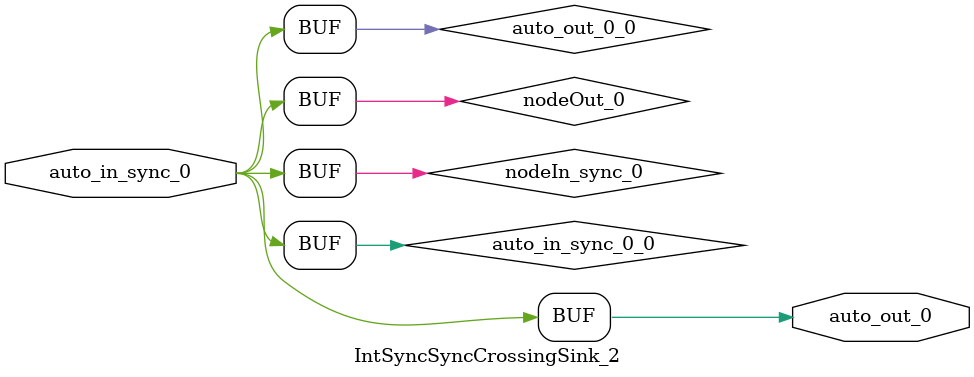
<source format=sv>
`ifndef RANDOMIZE
  `ifdef RANDOMIZE_MEM_INIT
    `define RANDOMIZE
  `endif // RANDOMIZE_MEM_INIT
`endif // not def RANDOMIZE
`ifndef RANDOMIZE
  `ifdef RANDOMIZE_REG_INIT
    `define RANDOMIZE
  `endif // RANDOMIZE_REG_INIT
`endif // not def RANDOMIZE

`ifndef RANDOM
  `define RANDOM $random
`endif // not def RANDOM

// Users can define INIT_RANDOM as general code that gets injected into the
// initializer block for modules with registers.
`ifndef INIT_RANDOM
  `define INIT_RANDOM
`endif // not def INIT_RANDOM

// If using random initialization, you can also define RANDOMIZE_DELAY to
// customize the delay used, otherwise 0.002 is used.
`ifndef RANDOMIZE_DELAY
  `define RANDOMIZE_DELAY 0.002
`endif // not def RANDOMIZE_DELAY

// Define INIT_RANDOM_PROLOG_ for use in our modules below.
`ifndef INIT_RANDOM_PROLOG_
  `ifdef RANDOMIZE
    `ifdef VERILATOR
      `define INIT_RANDOM_PROLOG_ `INIT_RANDOM
    `else  // VERILATOR
      `define INIT_RANDOM_PROLOG_ `INIT_RANDOM #`RANDOMIZE_DELAY begin end
    `endif // VERILATOR
  `else  // RANDOMIZE
    `define INIT_RANDOM_PROLOG_
  `endif // RANDOMIZE
`endif // not def INIT_RANDOM_PROLOG_

// Include register initializers in init blocks unless synthesis is set
`ifndef SYNTHESIS
  `ifndef ENABLE_INITIAL_REG_
    `define ENABLE_INITIAL_REG_
  `endif // not def ENABLE_INITIAL_REG_
`endif // not def SYNTHESIS

// Include rmemory initializers in init blocks unless synthesis is set
`ifndef SYNTHESIS
  `ifndef ENABLE_INITIAL_MEM_
    `define ENABLE_INITIAL_MEM_
  `endif // not def ENABLE_INITIAL_MEM_
`endif // not def SYNTHESIS

// Standard header to adapt well known macros for prints and assertions.

// Users can define 'PRINTF_COND' to add an extra gate to prints.
`ifndef PRINTF_COND_
  `ifdef PRINTF_COND
    `define PRINTF_COND_ (`PRINTF_COND)
  `else  // PRINTF_COND
    `define PRINTF_COND_ 1
  `endif // PRINTF_COND
`endif // not def PRINTF_COND_

// Users can define 'ASSERT_VERBOSE_COND' to add an extra gate to assert error printing.
`ifndef ASSERT_VERBOSE_COND_
  `ifdef ASSERT_VERBOSE_COND
    `define ASSERT_VERBOSE_COND_ (`ASSERT_VERBOSE_COND)
  `else  // ASSERT_VERBOSE_COND
    `define ASSERT_VERBOSE_COND_ 1
  `endif // ASSERT_VERBOSE_COND
`endif // not def ASSERT_VERBOSE_COND_

// Users can define 'STOP_COND' to add an extra gate to stop conditions.
`ifndef STOP_COND_
  `ifdef STOP_COND
    `define STOP_COND_ (`STOP_COND)
  `else  // STOP_COND
    `define STOP_COND_ 1
  `endif // STOP_COND
`endif // not def STOP_COND_

module IntSyncSyncCrossingSink_2(
  input  auto_in_sync_0,	// src/main/scala/diplomacy/LazyModule.scala:374:18
  output auto_out_0	// src/main/scala/diplomacy/LazyModule.scala:374:18
);

  wire auto_in_sync_0_0 = auto_in_sync_0;
  wire nodeIn_sync_0 = auto_in_sync_0_0;	// src/main/scala/diplomacy/Nodes.scala:1214:17
  wire nodeOut_0;	// src/main/scala/diplomacy/Nodes.scala:1205:17
  assign nodeOut_0 = nodeIn_sync_0;	// src/main/scala/diplomacy/Nodes.scala:1205:17, :1214:17
  wire auto_out_0_0 = nodeOut_0;	// src/main/scala/diplomacy/Nodes.scala:1205:17
  assign auto_out_0 = auto_out_0_0;
endmodule


</source>
